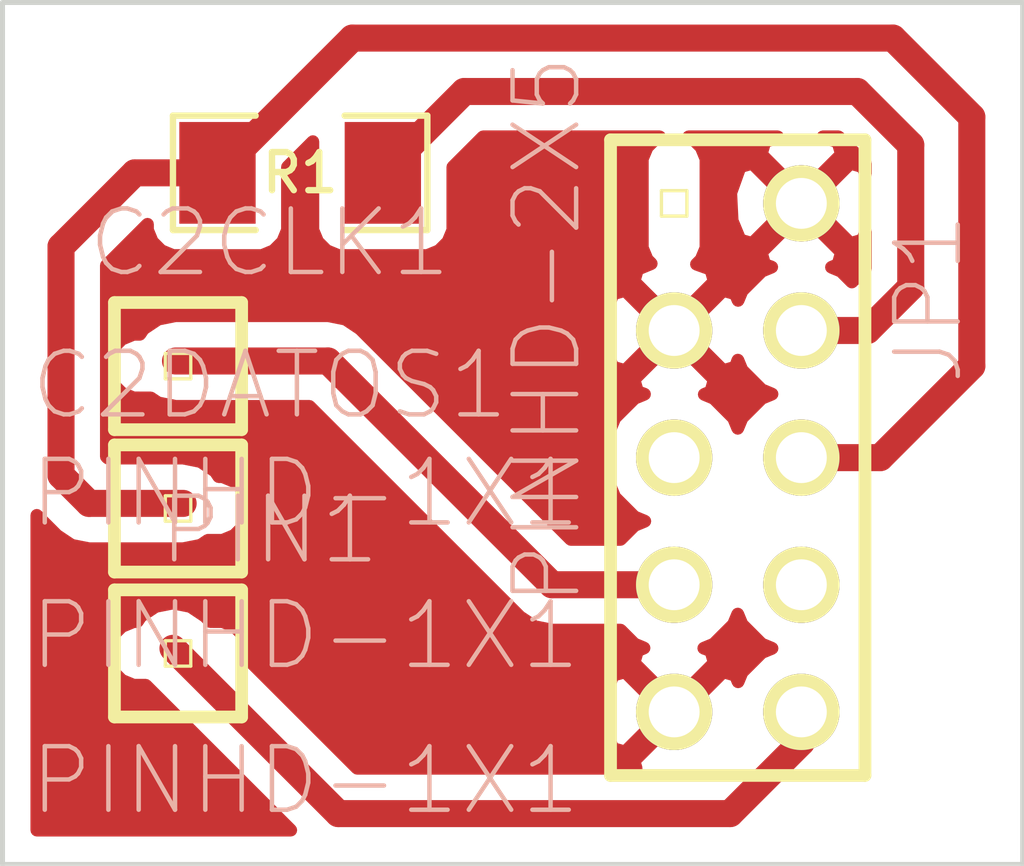
<source format=kicad_pcb>
(kicad_pcb (version 3) (host pcbnew "(2013-07-07 BZR 4022)-stable")

  (general
    (links 7)
    (no_connects 3)
    (area 56.29275 18.441199 80.364801 40.080401)
    (thickness 1.6)
    (drawings 4)
    (tracks 24)
    (zones 0)
    (modules 5)
    (nets 6)
  )

  (page A3)
  (layers
    (15 F.Cu signal)
    (0 B.Cu signal)
    (16 B.Adhes user)
    (17 F.Adhes user)
    (18 B.Paste user)
    (19 F.Paste user)
    (20 B.SilkS user)
    (21 F.SilkS user)
    (22 B.Mask user)
    (23 F.Mask user)
    (24 Dwgs.User user)
    (25 Cmts.User user)
    (26 Eco1.User user)
    (27 Eco2.User user)
    (28 Edge.Cuts user)
  )

  (setup
    (last_trace_width 0.54)
    (trace_clearance 0.254)
    (zone_clearance 0.508)
    (zone_45_only no)
    (trace_min 0.254)
    (segment_width 0.2)
    (edge_width 0.1)
    (via_size 0.889)
    (via_drill 0.635)
    (via_min_size 0.889)
    (via_min_drill 0.508)
    (uvia_size 0.508)
    (uvia_drill 0.127)
    (uvias_allowed no)
    (uvia_min_size 0.508)
    (uvia_min_drill 0.127)
    (pcb_text_width 0.3)
    (pcb_text_size 1.5 1.5)
    (mod_edge_width 0.15)
    (mod_text_size 1 1)
    (mod_text_width 0.15)
    (pad_size 1.5 1.5)
    (pad_drill 0.6)
    (pad_to_mask_clearance 0)
    (aux_axis_origin 0 0)
    (visible_elements 7FFFFFFF)
    (pcbplotparams
      (layerselection 3178497)
      (usegerberextensions true)
      (excludeedgelayer true)
      (linewidth 0.150000)
      (plotframeref false)
      (viasonmask false)
      (mode 1)
      (useauxorigin false)
      (hpglpennumber 1)
      (hpglpenspeed 20)
      (hpglpendiameter 15)
      (hpglpenoverlay 2)
      (psnegative false)
      (psa4output false)
      (plotreference true)
      (plotvalue true)
      (plotothertext true)
      (plotinvisibletext false)
      (padsonsilk false)
      (subtractmaskfromsilk false)
      (outputformat 1)
      (mirror false)
      (drillshape 1)
      (scaleselection 1)
      (outputdirectory ""))
  )

  (net 0 "")
  (net 1 GNDPWR)
  (net 2 N-000001)
  (net 3 N-000003)
  (net 4 N-000004)
  (net 5 N-000005)

  (net_class Default "This is the default net class."
    (clearance 0.254)
    (trace_width 0.54)
    (via_dia 0.889)
    (via_drill 0.635)
    (uvia_dia 0.508)
    (uvia_drill 0.127)
    (add_net "")
    (add_net GNDPWR)
    (add_net N-000001)
    (add_net N-000003)
    (add_net N-000004)
    (add_net N-000005)
  )

  (module SM1206 (layer F.Cu) (tedit 42806E24) (tstamp 553FC227)
    (at 65.532 25.8572)
    (path /553FBC23)
    (attr smd)
    (fp_text reference R1 (at 0 0) (layer F.SilkS)
      (effects (font (size 0.762 0.762) (thickness 0.127)))
    )
    (fp_text value 1K (at 0 0) (layer F.SilkS) hide
      (effects (font (size 0.762 0.762) (thickness 0.127)))
    )
    (fp_line (start -2.54 -1.143) (end -2.54 1.143) (layer F.SilkS) (width 0.127))
    (fp_line (start -2.54 1.143) (end -0.889 1.143) (layer F.SilkS) (width 0.127))
    (fp_line (start 0.889 -1.143) (end 2.54 -1.143) (layer F.SilkS) (width 0.127))
    (fp_line (start 2.54 -1.143) (end 2.54 1.143) (layer F.SilkS) (width 0.127))
    (fp_line (start 2.54 1.143) (end 0.889 1.143) (layer F.SilkS) (width 0.127))
    (fp_line (start -0.889 -1.143) (end -2.54 -1.143) (layer F.SilkS) (width 0.127))
    (pad 1 smd rect (at -1.651 0) (size 1.524 2.032)
      (layers F.Cu F.Paste F.Mask)
      (net 4 N-000004)
    )
    (pad 2 smd rect (at 1.651 0) (size 1.524 2.032)
      (layers F.Cu F.Paste F.Mask)
      (net 2 N-000001)
    )
    (model smd/chip_cms.wrl
      (at (xyz 0 0 0))
      (scale (xyz 0.17 0.16 0.16))
      (rotate (xyz 0 0 0))
    )
  )

  (module pinhead-2X05 (layer F.Cu) (tedit 200000) (tstamp 553FC261)
    (at 74.2696 31.5468 270)
    (descr "PIN HEADER - 0.1\"")
    (tags "PIN HEADER - 0.1\"")
    (path /553FBABF)
    (attr virtual)
    (fp_text reference JP1 (at -3.175 -3.81 270) (layer B.SilkS)
      (effects (font (size 1.27 1.27) (thickness 0.0889)))
    )
    (fp_text value PINHD-2X5 (at -2.54 3.81 270) (layer B.SilkS)
      (effects (font (size 1.27 1.27) (thickness 0.0889)))
    )
    (fp_line (start -5.334 1.524) (end -4.826 1.524) (layer F.SilkS) (width 0.06604))
    (fp_line (start -4.826 1.524) (end -4.826 1.016) (layer F.SilkS) (width 0.06604))
    (fp_line (start -5.334 1.016) (end -4.826 1.016) (layer F.SilkS) (width 0.06604))
    (fp_line (start -5.334 1.524) (end -5.334 1.016) (layer F.SilkS) (width 0.06604))
    (fp_line (start -5.334 -1.016) (end -4.826 -1.016) (layer F.SilkS) (width 0.06604))
    (fp_line (start -4.826 -1.016) (end -4.826 -1.524) (layer F.SilkS) (width 0.06604))
    (fp_line (start -5.334 -1.524) (end -4.826 -1.524) (layer F.SilkS) (width 0.06604))
    (fp_line (start -5.334 -1.016) (end -5.334 -1.524) (layer F.SilkS) (width 0.06604))
    (fp_line (start -2.794 -1.016) (end -2.286 -1.016) (layer F.SilkS) (width 0.06604))
    (fp_line (start -2.286 -1.016) (end -2.286 -1.524) (layer F.SilkS) (width 0.06604))
    (fp_line (start -2.794 -1.524) (end -2.286 -1.524) (layer F.SilkS) (width 0.06604))
    (fp_line (start -2.794 -1.016) (end -2.794 -1.524) (layer F.SilkS) (width 0.06604))
    (fp_line (start -2.794 1.524) (end -2.286 1.524) (layer F.SilkS) (width 0.06604))
    (fp_line (start -2.286 1.524) (end -2.286 1.016) (layer F.SilkS) (width 0.06604))
    (fp_line (start -2.794 1.016) (end -2.286 1.016) (layer F.SilkS) (width 0.06604))
    (fp_line (start -2.794 1.524) (end -2.794 1.016) (layer F.SilkS) (width 0.06604))
    (fp_line (start -0.254 -1.016) (end 0.254 -1.016) (layer F.SilkS) (width 0.06604))
    (fp_line (start 0.254 -1.016) (end 0.254 -1.524) (layer F.SilkS) (width 0.06604))
    (fp_line (start -0.254 -1.524) (end 0.254 -1.524) (layer F.SilkS) (width 0.06604))
    (fp_line (start -0.254 -1.016) (end -0.254 -1.524) (layer F.SilkS) (width 0.06604))
    (fp_line (start -0.254 1.524) (end 0.254 1.524) (layer F.SilkS) (width 0.06604))
    (fp_line (start 0.254 1.524) (end 0.254 1.016) (layer F.SilkS) (width 0.06604))
    (fp_line (start -0.254 1.016) (end 0.254 1.016) (layer F.SilkS) (width 0.06604))
    (fp_line (start -0.254 1.524) (end -0.254 1.016) (layer F.SilkS) (width 0.06604))
    (fp_line (start 2.286 -1.016) (end 2.794 -1.016) (layer F.SilkS) (width 0.06604))
    (fp_line (start 2.794 -1.016) (end 2.794 -1.524) (layer F.SilkS) (width 0.06604))
    (fp_line (start 2.286 -1.524) (end 2.794 -1.524) (layer F.SilkS) (width 0.06604))
    (fp_line (start 2.286 -1.016) (end 2.286 -1.524) (layer F.SilkS) (width 0.06604))
    (fp_line (start 2.286 1.524) (end 2.794 1.524) (layer F.SilkS) (width 0.06604))
    (fp_line (start 2.794 1.524) (end 2.794 1.016) (layer F.SilkS) (width 0.06604))
    (fp_line (start 2.286 1.016) (end 2.794 1.016) (layer F.SilkS) (width 0.06604))
    (fp_line (start 2.286 1.524) (end 2.286 1.016) (layer F.SilkS) (width 0.06604))
    (fp_line (start 4.826 -1.016) (end 5.334 -1.016) (layer F.SilkS) (width 0.06604))
    (fp_line (start 5.334 -1.016) (end 5.334 -1.524) (layer F.SilkS) (width 0.06604))
    (fp_line (start 4.826 -1.524) (end 5.334 -1.524) (layer F.SilkS) (width 0.06604))
    (fp_line (start 4.826 -1.016) (end 4.826 -1.524) (layer F.SilkS) (width 0.06604))
    (fp_line (start 4.826 1.524) (end 5.334 1.524) (layer F.SilkS) (width 0.06604))
    (fp_line (start 5.334 1.524) (end 5.334 1.016) (layer F.SilkS) (width 0.06604))
    (fp_line (start 4.826 1.016) (end 5.334 1.016) (layer F.SilkS) (width 0.06604))
    (fp_line (start 4.826 1.524) (end 4.826 1.016) (layer F.SilkS) (width 0.06604))
    (fp_line (start -6.35 2.54) (end -6.35 -2.54) (layer F.SilkS) (width 0.254))
    (fp_line (start -6.35 2.54) (end 6.35 2.54) (layer F.SilkS) (width 0.254))
    (fp_line (start -6.35 -2.54) (end 6.35 -2.54) (layer F.SilkS) (width 0.254))
    (fp_line (start 6.35 -2.54) (end 6.35 2.54) (layer F.SilkS) (width 0.254))
    (pad 1 thru_hole rect (at -5.08 1.27 270) (size 1.524 0) (drill 1.016)
      (layers *.Cu F.Paste F.SilkS F.Mask)
    )
    (pad 2 thru_hole circle (at -5.08 -1.27 270) (size 1.524 3.048) (drill 1.016)
      (layers *.Cu F.Paste F.SilkS F.Mask)
      (net 1 GNDPWR)
    )
    (pad 3 thru_hole circle (at -2.54 1.27 270) (size 1.524 3.048) (drill 1.016)
      (layers *.Cu F.Paste F.SilkS F.Mask)
      (net 1 GNDPWR)
    )
    (pad 4 thru_hole circle (at -2.54 -1.27 270) (size 1.524 3.048) (drill 1.016)
      (layers *.Cu F.Paste F.SilkS F.Mask)
      (net 2 N-000001)
    )
    (pad 5 thru_hole circle (at 0 1.27 270) (size 1.524 3.048) (drill 1.016)
      (layers *.Cu F.Paste F.SilkS F.Mask)
    )
    (pad 6 thru_hole circle (at 0 -1.27 270) (size 1.524 3.048) (drill 1.016)
      (layers *.Cu F.Paste F.SilkS F.Mask)
      (net 4 N-000004)
    )
    (pad 7 thru_hole circle (at 2.54 1.27 270) (size 1.524 3.048) (drill 1.016)
      (layers *.Cu F.Paste F.SilkS F.Mask)
      (net 3 N-000003)
    )
    (pad 8 thru_hole circle (at 2.54 -1.27 270) (size 1.524 3.048) (drill 1.016)
      (layers *.Cu F.Paste F.SilkS F.Mask)
    )
    (pad 9 thru_hole circle (at 5.08 1.27 270) (size 1.524 3.048) (drill 1.016)
      (layers *.Cu F.Paste F.SilkS F.Mask)
      (net 1 GNDPWR)
    )
    (pad 10 thru_hole circle (at 5.08 -1.27 270) (size 1.524 3.048) (drill 1.016)
      (layers *.Cu F.Paste F.SilkS F.Mask)
      (net 5 N-000005)
    )
  )

  (module pinhead-1X01 (layer F.Cu) (tedit 200000) (tstamp 553FC26E)
    (at 63.0936 29.718)
    (descr "PIN HEADER - 0.1\"")
    (tags "PIN HEADER - 0.1\"")
    (path /553FBBB4)
    (attr virtual)
    (fp_text reference C2CLK1 (at 1.8288 -2.4638) (layer B.SilkS)
      (effects (font (size 1.27 1.27) (thickness 0.0889)))
    )
    (fp_text value PINHD-1X1 (at 2.54 2.54) (layer B.SilkS)
      (effects (font (size 1.27 1.27) (thickness 0.0889)))
    )
    (fp_line (start -0.254 0.254) (end 0.254 0.254) (layer F.SilkS) (width 0.06604))
    (fp_line (start 0.254 0.254) (end 0.254 -0.254) (layer F.SilkS) (width 0.06604))
    (fp_line (start -0.254 -0.254) (end 0.254 -0.254) (layer F.SilkS) (width 0.06604))
    (fp_line (start -0.254 0.254) (end -0.254 -0.254) (layer F.SilkS) (width 0.06604))
    (fp_line (start -1.27 -1.27) (end 1.27 -1.27) (layer F.SilkS) (width 0.254))
    (fp_line (start 1.27 -1.27) (end 1.27 1.27) (layer F.SilkS) (width 0.254))
    (fp_line (start -1.27 -1.27) (end -1.27 1.27) (layer F.SilkS) (width 0.254))
    (fp_line (start 1.27 1.27) (end -1.27 1.27) (layer F.SilkS) (width 0.254))
    (pad 1 thru_hole rect (at 0 0) (size 1.524 0) (drill 1.016)
      (layers *.Cu F.Paste F.SilkS F.Mask)
      (net 3 N-000003)
    )
  )

  (module pinhead-1X01 (layer F.Cu) (tedit 200000) (tstamp 553FC27B)
    (at 63.0936 32.5628)
    (descr "PIN HEADER - 0.1\"")
    (tags "PIN HEADER - 0.1\"")
    (path /553FBC7A)
    (attr virtual)
    (fp_text reference C2DATOS1 (at 1.8288 -2.4638) (layer B.SilkS)
      (effects (font (size 1.27 1.27) (thickness 0.0889)))
    )
    (fp_text value PINHD-1X1 (at 2.54 2.54) (layer B.SilkS)
      (effects (font (size 1.27 1.27) (thickness 0.0889)))
    )
    (fp_line (start -0.254 0.254) (end 0.254 0.254) (layer F.SilkS) (width 0.06604))
    (fp_line (start 0.254 0.254) (end 0.254 -0.254) (layer F.SilkS) (width 0.06604))
    (fp_line (start -0.254 -0.254) (end 0.254 -0.254) (layer F.SilkS) (width 0.06604))
    (fp_line (start -0.254 0.254) (end -0.254 -0.254) (layer F.SilkS) (width 0.06604))
    (fp_line (start -1.27 -1.27) (end 1.27 -1.27) (layer F.SilkS) (width 0.254))
    (fp_line (start 1.27 -1.27) (end 1.27 1.27) (layer F.SilkS) (width 0.254))
    (fp_line (start -1.27 -1.27) (end -1.27 1.27) (layer F.SilkS) (width 0.254))
    (fp_line (start 1.27 1.27) (end -1.27 1.27) (layer F.SilkS) (width 0.254))
    (pad 1 thru_hole rect (at 0 0) (size 1.524 0) (drill 1.016)
      (layers *.Cu F.Paste F.SilkS F.Mask)
      (net 4 N-000004)
    )
  )

  (module pinhead-1X01 (layer F.Cu) (tedit 200000) (tstamp 553FC288)
    (at 63.0936 35.4584)
    (descr "PIN HEADER - 0.1\"")
    (tags "PIN HEADER - 0.1\"")
    (path /553FBCCD)
    (attr virtual)
    (fp_text reference PIN1 (at 1.8288 -2.4638) (layer B.SilkS)
      (effects (font (size 1.27 1.27) (thickness 0.0889)))
    )
    (fp_text value PINHD-1X1 (at 2.54 2.54) (layer B.SilkS)
      (effects (font (size 1.27 1.27) (thickness 0.0889)))
    )
    (fp_line (start -0.254 0.254) (end 0.254 0.254) (layer F.SilkS) (width 0.06604))
    (fp_line (start 0.254 0.254) (end 0.254 -0.254) (layer F.SilkS) (width 0.06604))
    (fp_line (start -0.254 -0.254) (end 0.254 -0.254) (layer F.SilkS) (width 0.06604))
    (fp_line (start -0.254 0.254) (end -0.254 -0.254) (layer F.SilkS) (width 0.06604))
    (fp_line (start -1.27 -1.27) (end 1.27 -1.27) (layer F.SilkS) (width 0.254))
    (fp_line (start 1.27 -1.27) (end 1.27 1.27) (layer F.SilkS) (width 0.254))
    (fp_line (start -1.27 -1.27) (end -1.27 1.27) (layer F.SilkS) (width 0.254))
    (fp_line (start 1.27 1.27) (end -1.27 1.27) (layer F.SilkS) (width 0.254))
    (pad 1 thru_hole rect (at 0 0) (size 1.524 0) (drill 1.016)
      (layers *.Cu F.Paste F.SilkS F.Mask)
      (net 5 N-000005)
    )
  )

  (gr_line (start 59.5884 22.4536) (end 79.9592 22.4536) (angle 90) (layer Edge.Cuts) (width 0.1))
  (gr_line (start 59.5884 39.6748) (end 59.5884 22.4536) (angle 90) (layer Edge.Cuts) (width 0.1))
  (gr_line (start 79.9592 39.6748) (end 59.5884 39.6748) (angle 90) (layer Edge.Cuts) (width 0.1))
  (gr_line (start 79.9592 22.4536) (end 79.9592 39.6748) (angle 90) (layer Edge.Cuts) (width 0.1))

  (segment (start 75.5396 29.0068) (end 76.8604 29.0068) (width 0.54) (layer F.Cu) (net 2) (status 400000))
  (segment (start 68.8086 24.2316) (end 67.183 25.8572) (width 0.54) (layer F.Cu) (net 2) (tstamp 55486C42) (status 800000))
  (segment (start 76.6572 24.2316) (end 68.8086 24.2316) (width 0.54) (layer F.Cu) (net 2) (tstamp 55486C41))
  (segment (start 77.724 25.2984) (end 76.6572 24.2316) (width 0.54) (layer F.Cu) (net 2) (tstamp 55486C40))
  (segment (start 77.724 28.1432) (end 77.724 25.2984) (width 0.54) (layer F.Cu) (net 2) (tstamp 55486C3F))
  (segment (start 76.8604 29.0068) (end 77.724 28.1432) (width 0.54) (layer F.Cu) (net 2) (tstamp 55486C3E))
  (segment (start 72.9996 34.0868) (end 70.5612 34.0868) (width 0.54) (layer F.Cu) (net 3) (status 400000))
  (segment (start 66.0908 29.6164) (end 63.0428 29.6164) (width 0.54) (layer F.Cu) (net 3) (tstamp 55486C5B))
  (segment (start 70.5612 34.0868) (end 66.0908 29.6164) (width 0.54) (layer F.Cu) (net 3) (tstamp 55486C59))
  (segment (start 75.5396 31.5468) (end 77.1144 31.5468) (width 0.54) (layer F.Cu) (net 4) (status 400000))
  (segment (start 66.5734 23.1648) (end 63.881 25.8572) (width 0.54) (layer F.Cu) (net 4) (tstamp 55486C4F) (status 800000))
  (segment (start 77.3684 23.1648) (end 66.5734 23.1648) (width 0.54) (layer F.Cu) (net 4) (tstamp 55486C4E))
  (segment (start 78.9432 24.7396) (end 77.3684 23.1648) (width 0.54) (layer F.Cu) (net 4) (tstamp 55486C4D))
  (segment (start 78.9432 29.718) (end 78.9432 24.7396) (width 0.54) (layer F.Cu) (net 4) (tstamp 55486C4C))
  (segment (start 77.1144 31.5468) (end 78.9432 29.718) (width 0.54) (layer F.Cu) (net 4) (tstamp 55486C4B))
  (segment (start 63.881 25.8572) (end 62.23 25.8572) (width 0.54) (layer F.Cu) (net 4) (status 400000))
  (segment (start 61.3156 32.4612) (end 63.1952 32.4612) (width 0.54) (layer F.Cu) (net 4) (tstamp 55486C48))
  (segment (start 60.7568 31.9024) (end 61.3156 32.4612) (width 0.54) (layer F.Cu) (net 4) (tstamp 55486C47))
  (segment (start 60.7568 27.3304) (end 60.7568 31.9024) (width 0.54) (layer F.Cu) (net 4) (tstamp 55486C46))
  (segment (start 62.23 25.8572) (end 60.7568 27.3304) (width 0.54) (layer F.Cu) (net 4) (tstamp 55486C45))
  (segment (start 75.5396 36.6268) (end 75.5396 37.2364) (width 0.54) (layer F.Cu) (net 5) (status C00000))
  (segment (start 66.294 38.6588) (end 62.992 35.3568) (width 0.54) (layer F.Cu) (net 5) (tstamp 55486C55))
  (segment (start 74.1172 38.6588) (end 66.294 38.6588) (width 0.54) (layer F.Cu) (net 5) (tstamp 55486C54))
  (segment (start 75.5396 37.2364) (end 74.1172 38.6588) (width 0.54) (layer F.Cu) (net 5) (tstamp 55486C53) (status 400000))

  (zone (net 1) (net_name GNDPWR) (layer F.Cu) (tstamp 55486C6E) (hatch edge 0.508)
    (connect_pads (clearance 0.508))
    (min_thickness 0.254)
    (fill (arc_segments 16) (thermal_gap 0.508) (thermal_bridge_width 0.508))
    (polygon
      (pts
        (xy 79.8576 39.5732) (xy 59.69 39.5732) (xy 59.69 22.5552) (xy 79.8576 22.5552)
      )
    )
    (filled_polygon
      (pts
        (xy 76.819 27.768336) (xy 76.547878 28.039457) (xy 76.33197 27.823172) (xy 76.139869 27.743405) (xy 76.270742 27.689196)
        (xy 76.340207 27.447012) (xy 75.5396 26.646405) (xy 75.359995 26.82601) (xy 75.359995 26.4668) (xy 74.559388 25.666193)
        (xy 74.317204 25.735658) (xy 74.130457 26.259104) (xy 74.15824 26.814169) (xy 74.317204 27.197942) (xy 74.559388 27.267407)
        (xy 75.359995 26.4668) (xy 75.359995 26.82601) (xy 74.738993 27.447012) (xy 74.808458 27.689196) (xy 74.948921 27.739308)
        (xy 74.749297 27.821791) (xy 74.355972 28.21443) (xy 74.276205 28.40653) (xy 74.221996 28.275658) (xy 73.979812 28.206193)
        (xy 73.179205 29.0068) (xy 73.979812 29.807407) (xy 74.221996 29.737942) (xy 74.272108 29.597478) (xy 74.354591 29.797103)
        (xy 74.74723 30.190428) (xy 74.955114 30.276749) (xy 74.749297 30.361791) (xy 74.355972 30.75443) (xy 74.26965 30.962314)
        (xy 74.184609 30.756497) (xy 73.79197 30.363172) (xy 73.599869 30.283405) (xy 73.730742 30.229196) (xy 73.800207 29.987012)
        (xy 72.9996 29.186405) (xy 72.819995 29.36601) (xy 72.819995 29.0068) (xy 72.019388 28.206193) (xy 71.777204 28.275658)
        (xy 71.590457 28.799104) (xy 71.61824 29.354169) (xy 71.777204 29.737942) (xy 72.019388 29.807407) (xy 72.819995 29.0068)
        (xy 72.819995 29.36601) (xy 72.198993 29.987012) (xy 72.268458 30.229196) (xy 72.408921 30.279308) (xy 72.209297 30.361791)
        (xy 71.815972 30.75443) (xy 71.602844 31.267701) (xy 71.602359 31.823461) (xy 71.814591 32.337103) (xy 72.20723 32.730428)
        (xy 72.415114 32.816749) (xy 72.209297 32.901791) (xy 71.928798 33.1818) (xy 70.936063 33.1818) (xy 66.730732 28.976468)
        (xy 66.437129 28.780289) (xy 66.379668 28.768859) (xy 66.0908 28.711399) (xy 66.090794 28.7114) (xy 63.0428 28.7114)
        (xy 62.696471 28.780289) (xy 62.402868 28.976468) (xy 62.331759 29.08289) (xy 62.205845 29.08289) (xy 61.972371 29.179359)
        (xy 61.793587 29.357832) (xy 61.696711 29.591136) (xy 61.69649 29.843755) (xy 61.792959 30.077229) (xy 61.971432 30.256013)
        (xy 62.204736 30.352889) (xy 62.457355 30.35311) (xy 62.547706 30.35311) (xy 62.696471 30.452511) (xy 63.0428 30.5214)
        (xy 65.715936 30.5214) (xy 69.921265 34.726728) (xy 69.921268 34.726732) (xy 70.214871 34.922911) (xy 70.214872 34.922911)
        (xy 70.5612 34.9918) (xy 71.929087 34.9918) (xy 72.20723 35.270428) (xy 72.39933 35.350194) (xy 72.268458 35.404404)
        (xy 72.198993 35.646588) (xy 72.9996 36.447195) (xy 73.800207 35.646588) (xy 73.730742 35.404404) (xy 73.590278 35.354291)
        (xy 73.789903 35.271809) (xy 74.183228 34.87917) (xy 74.269549 34.671285) (xy 74.354591 34.877103) (xy 74.74723 35.270428)
        (xy 74.955114 35.356749) (xy 74.749297 35.441791) (xy 74.355972 35.83443) (xy 74.276205 36.02653) (xy 74.221996 35.895658)
        (xy 73.979812 35.826193) (xy 73.179205 36.6268) (xy 73.193347 36.640942) (xy 73.013742 36.820547) (xy 72.9996 36.806405)
        (xy 72.819995 36.98601) (xy 72.819995 36.6268) (xy 72.019388 35.826193) (xy 71.777204 35.895658) (xy 71.590457 36.419104)
        (xy 71.61824 36.974169) (xy 71.777204 37.357942) (xy 72.019388 37.427407) (xy 72.819995 36.6268) (xy 72.819995 36.98601)
        (xy 72.198993 37.607012) (xy 72.241095 37.7538) (xy 66.668864 37.7538) (xy 64.490497 35.575433) (xy 64.49071 35.332645)
        (xy 64.394241 35.099171) (xy 64.215768 34.920387) (xy 63.982464 34.823511) (xy 63.738361 34.823297) (xy 63.631932 34.716868)
        (xy 63.338328 34.520689) (xy 62.992 34.451799) (xy 62.645672 34.520689) (xy 62.352068 34.716868) (xy 62.280959 34.82329)
        (xy 62.205845 34.82329) (xy 61.972371 34.919759) (xy 61.793587 35.098232) (xy 61.696711 35.331536) (xy 61.69649 35.584155)
        (xy 61.792959 35.817629) (xy 61.971432 35.996413) (xy 62.204736 36.093289) (xy 62.448838 36.093502) (xy 65.345136 38.9898)
        (xy 60.2734 38.9898) (xy 60.2734 32.698863) (xy 60.675665 33.101128) (xy 60.675668 33.101132) (xy 60.969271 33.297311)
        (xy 61.3156 33.3662) (xy 63.1952 33.3662) (xy 63.541529 33.297311) (xy 63.690293 33.19791) (xy 63.981355 33.19791)
        (xy 64.214829 33.101441) (xy 64.393613 32.922968) (xy 64.490489 32.689664) (xy 64.49071 32.437045) (xy 64.394241 32.203571)
        (xy 64.215768 32.024787) (xy 63.982464 31.927911) (xy 63.906343 31.927844) (xy 63.835132 31.821268) (xy 63.541529 31.625089)
        (xy 63.1952 31.5562) (xy 61.690463 31.5562) (xy 61.6618 31.527536) (xy 61.6618 27.705263) (xy 62.48389 26.883173)
        (xy 62.48389 26.998955) (xy 62.580359 27.232429) (xy 62.758832 27.411213) (xy 62.992136 27.508089) (xy 63.244755 27.50831)
        (xy 64.768755 27.50831) (xy 65.002229 27.411841) (xy 65.181013 27.233368) (xy 65.277889 27.000064) (xy 65.27811 26.747445)
        (xy 65.27811 25.739953) (xy 65.78589 25.232173) (xy 65.78589 26.998955) (xy 65.882359 27.232429) (xy 66.060832 27.411213)
        (xy 66.294136 27.508089) (xy 66.546755 27.50831) (xy 68.070755 27.50831) (xy 68.304229 27.411841) (xy 68.483013 27.233368)
        (xy 68.579889 27.000064) (xy 68.58011 26.747445) (xy 68.58011 25.739953) (xy 69.183463 25.1366) (xy 72.711909 25.1366)
        (xy 72.640371 25.166159) (xy 72.461587 25.344632) (xy 72.364711 25.577936) (xy 72.36449 25.830555) (xy 72.36449 27.354555)
        (xy 72.460959 27.588029) (xy 72.543333 27.670546) (xy 72.268458 27.784404) (xy 72.198993 28.026588) (xy 72.9996 28.827195)
        (xy 73.800207 28.026588) (xy 73.730742 27.784404) (xy 73.444231 27.682187) (xy 73.537613 27.588968) (xy 73.634489 27.355664)
        (xy 73.63471 27.103045) (xy 73.63471 25.579045) (xy 73.538241 25.345571) (xy 73.359768 25.166787) (xy 73.287069 25.1366)
        (xy 75.068719 25.1366) (xy 74.808458 25.244404) (xy 74.738993 25.486588) (xy 75.5396 26.287195) (xy 76.340207 25.486588)
        (xy 76.270742 25.244404) (xy 75.96857 25.1366) (xy 76.282336 25.1366) (xy 76.819 25.673264) (xy 76.819 25.873277)
        (xy 76.761996 25.735658) (xy 76.519812 25.666193) (xy 75.719205 26.4668) (xy 76.519812 27.267407) (xy 76.761996 27.197942)
        (xy 76.819 27.038161) (xy 76.819 27.768336)
      )
    )
  )
)

</source>
